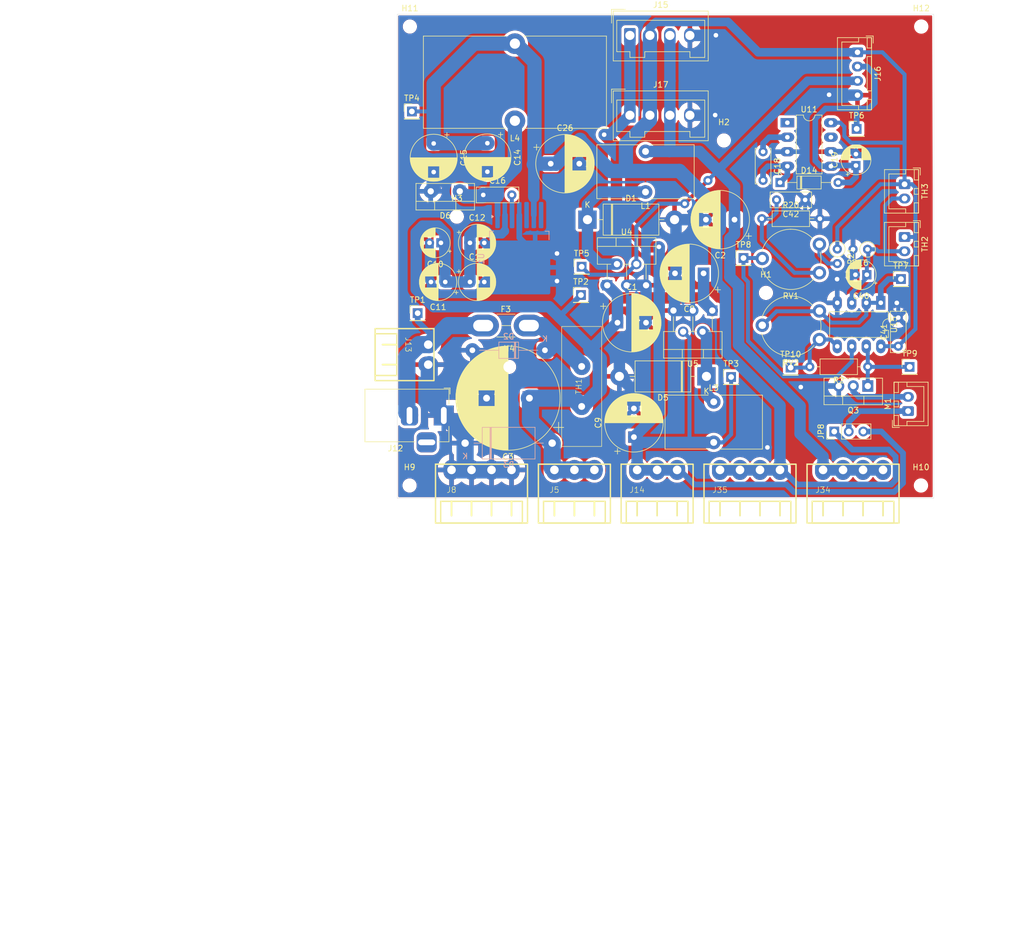
<source format=kicad_pcb>
(kicad_pcb
	(version 20240108)
	(generator "pcbnew")
	(generator_version "8.0")
	(general
		(thickness 1.6)
		(legacy_teardrops no)
	)
	(paper "A4")
	(layers
		(0 "F.Cu" signal)
		(1 "In1.Cu" signal)
		(2 "In2.Cu" signal)
		(31 "B.Cu" signal)
		(32 "B.Adhes" user "B.Adhesive")
		(33 "F.Adhes" user "F.Adhesive")
		(34 "B.Paste" user)
		(35 "F.Paste" user)
		(36 "B.SilkS" user "B.Silkscreen")
		(37 "F.SilkS" user "F.Silkscreen")
		(38 "B.Mask" user)
		(39 "F.Mask" user)
		(40 "Dwgs.User" user "User.Drawings")
		(41 "Cmts.User" user "User.Comments")
		(42 "Eco1.User" user "User.Eco1")
		(43 "Eco2.User" user "User.Eco2")
		(44 "Edge.Cuts" user)
		(45 "Margin" user)
		(46 "B.CrtYd" user "B.Courtyard")
		(47 "F.CrtYd" user "F.Courtyard")
		(48 "B.Fab" user)
		(49 "F.Fab" user)
		(50 "User.1" user)
		(51 "User.2" user)
		(52 "User.3" user)
		(53 "User.4" user)
		(54 "User.5" user)
		(55 "User.6" user)
		(56 "User.7" user)
		(57 "User.8" user)
		(58 "User.9" user)
	)
	(setup
		(stackup
			(layer "F.SilkS"
				(type "Top Silk Screen")
			)
			(layer "F.Paste"
				(type "Top Solder Paste")
			)
			(layer "F.Mask"
				(type "Top Solder Mask")
				(thickness 0.01)
			)
			(layer "F.Cu"
				(type "copper")
				(thickness 0.035)
			)
			(layer "dielectric 1"
				(type "prepreg")
				(thickness 0.1)
				(material "FR4")
				(epsilon_r 4.5)
				(loss_tangent 0.02)
			)
			(layer "In1.Cu"
				(type "copper")
				(thickness 0.035)
			)
			(layer "dielectric 2"
				(type "core")
				(thickness 1.24)
				(material "FR4")
				(epsilon_r 4.5)
				(loss_tangent 0.02)
			)
			(layer "In2.Cu"
				(type "copper")
				(thickness 0.035)
			)
			(layer "dielectric 3"
				(type "prepreg")
				(thickness 0.1)
				(material "FR4")
				(epsilon_r 4.5)
				(loss_tangent 0.02)
			)
			(layer "B.Cu"
				(type "copper")
				(thickness 0.035)
			)
			(layer "B.Mask"
				(type "Bottom Solder Mask")
				(thickness 0.01)
			)
			(layer "B.Paste"
				(type "Bottom Solder Paste")
			)
			(layer "B.SilkS"
				(type "Bottom Silk Screen")
				(color "Red")
			)
			(copper_finish "None")
			(dielectric_constraints no)
		)
		(pad_to_mask_clearance 0)
		(allow_soldermask_bridges_in_footprints no)
		(pcbplotparams
			(layerselection 0x00010fc_ffffffff)
			(plot_on_all_layers_selection 0x0000000_00000000)
			(disableapertmacros no)
			(usegerberextensions no)
			(usegerberattributes yes)
			(usegerberadvancedattributes yes)
			(creategerberjobfile yes)
			(dashed_line_dash_ratio 12.000000)
			(dashed_line_gap_ratio 3.000000)
			(svgprecision 4)
			(plotframeref no)
			(viasonmask no)
			(mode 1)
			(useauxorigin no)
			(hpglpennumber 1)
			(hpglpenspeed 20)
			(hpglpendiameter 15.000000)
			(pdf_front_fp_property_popups yes)
			(pdf_back_fp_property_popups yes)
			(dxfpolygonmode yes)
			(dxfimperialunits yes)
			(dxfusepcbnewfont yes)
			(psnegative no)
			(psa4output no)
			(plotreference yes)
			(plotvalue yes)
			(plotfptext yes)
			(plotinvisibletext no)
			(sketchpadsonfab no)
			(subtractmaskfromsilk no)
			(outputformat 1)
			(mirror no)
			(drillshape 1)
			(scaleselection 1)
			(outputdirectory "")
		)
	)
	(net 0 "")
	(net 1 "+5V")
	(net 2 "+24V filtered")
	(net 3 "GND")
	(net 4 "+3V3")
	(net 5 "+12V")
	(net 6 "Net-(D6-K)")
	(net 7 "Net-(U1-BOOT)")
	(net 8 "Net-(U11-CAP+)")
	(net 9 "Net-(D14-K)")
	(net 10 "-5V")
	(net 11 "Net-(D1-K)")
	(net 12 "Net-(D2-K)")
	(net 13 "Net-(D5-K)")
	(net 14 "+BATT")
	(net 15 "unconnected-(U1-EN-Pad7)")
	(net 16 "unconnected-(U1-NC-Pad5)")
	(net 17 "unconnected-(U11-OSC-Pad7)")
	(net 18 "unconnected-(U11-NC-Pad1)")
	(net 19 "Net-(U15A-+)")
	(net 20 "Net-(C42-Pad2)")
	(net 21 "Net-(JP8-C)")
	(net 22 "Net-(M1--)")
	(net 23 "Net-(Q3-G)")
	(net 24 "Net-(U15B-+)")
	(net 25 "Net-(R21-Pad2)")
	(net 26 "Net-(U15B--)")
	(net 27 "Net-(U15A--)")
	(footprint "Capacitor_THT:CP_Radial_D10.0mm_P5.00mm" (layer "F.Cu") (at 129.286 109.061993 90))
	(footprint "Capacitor_THT:CP_Radial_D10.0mm_P5.00mm" (layer "F.Cu") (at 126.410323 89.040962))
	(footprint "Diode_THT:D_DO-201AD_P15.24mm_Horizontal" (layer "F.Cu") (at 141.986 98.438962 180))
	(footprint "Potentiometer_THT:Potentiometer_Piher_PT-10-V10_Vertical" (layer "F.Cu") (at 161.757499 75.306462 180))
	(footprint "Connector_JST:JST_XH_B2B-XH-A_1x02_P2.50mm_Vertical" (layer "F.Cu") (at 177.275 104.514962 90))
	(footprint "Connector_PinHeader_2.54mm:PinHeader_1x01_P2.54mm_Vertical" (layer "F.Cu") (at 90.424 52.07))
	(footprint "Potentiometer_THT:Potentiometer_Piher_PT-10-V10_Vertical" (layer "F.Cu") (at 161.757499 86.990462 180))
	(footprint "Capacitor_THT:C_Disc_D6.0mm_W2.5mm_P5.00mm" (layer "F.Cu") (at 151.892 59.123888 -90))
	(footprint "Package_TO_SOT_THT:TO-220-5_P3.4x3.7mm_StaggerOdd_Lead3.8mm_Vertical" (layer "F.Cu") (at 124.616 82.489962))
	(footprint "Resistor_THT:R_Axial_DIN0207_L6.3mm_D2.5mm_P2.54mm_Vertical" (layer "F.Cu") (at 170.18 76.2 180))
	(footprint "Package_TO_SOT_THT:TO-220-3_Vertical" (layer "F.Cu") (at 170.219499 100.125462 180))
	(footprint "Connector_PinHeader_2.54mm:PinHeader_1x01_P2.54mm_Vertical" (layer "F.Cu") (at 176.022 81.407))
	(footprint "Capacitor_THT:CP_Radial_D6.3mm_P2.50mm" (layer "F.Cu") (at 100.592664 75.064811))
	(footprint "MountingHole:MountingHole_2mm" (layer "F.Cu") (at 179.578 37.211))
	(footprint "Package_DIP:DIP-8_W7.62mm_LongPads" (layer "F.Cu") (at 172.495499 85.561462 -90))
	(footprint "MountingHole:MountingHole_2mm" (layer "F.Cu") (at 90.026 117.534962))
	(footprint "custom-footprints1:WAGO 734-164 Print-Stiftleiste, Mini, RM 3,5, gewinkelt, 4-polig" (layer "F.Cu") (at 97.366 114.808))
	(footprint "Connector_PinHeader_2.54mm:PinHeader_1x01_P2.54mm_Vertical" (layer "F.Cu") (at 91.44 87.376))
	(footprint "Capacitor_THT:CP_Radial_D18.0mm_P7.50mm"
		(layer "F.Cu")
		(uuid "3e12b180-088b-46cd-b5c6-9617c716b1a6")
		(at 110.998 102.248962 180)
		(descr "CP, Radial series, Radial, pin pitch=7.50mm, , diameter=18mm, Electrolytic Capacitor")
		(tags "CP Radial series Radial pin pitch 7.50mm  diameter 18mm Electrolytic Capacitor")
		(property "Reference" "C3"
			(at 3.75 -10.25 0)
			(layer "F.SilkS")
			(uuid "c0dbac4b-d18d-44e0-abe6-6b3f876fe509")
			(effects
				(font
					(size 1 1)
					(thickness 0.15)
				)
			)
		)
		(property "Value" "2200uf"
			(at 3.75 10.25 0)
			(layer "F.Fab")
			(uuid "1f7d7bb5-f802-471e-8ae7-4e1a80563b95")
			(effects
				(font
					(size 1 1)
					(thickness 0.15)
				)
			)
		)
		(property "Footprint" "Capacitor_THT:CP_Radial_D18.0mm_P7.50mm"
			(at 0 0 180)
			(unlocked yes)
			(layer "F.Fab")
			(hide yes)
			(uuid "cd037e7c-88f5-4614-9539-47ece2e39e2f")
			(effects
				(font
					(size 1.27 1.27)
					(thickness 0.15)
				)
			)
		)
		(property "Datasheet" "https://www.reichelt.com/be/en/shop/product/elko_2200_f_35_v_105_c-166415"
			(at 0 0 180)
			(unlocked yes)
			(layer "F.Fab")
			(hide yes)
			(uuid "09c9c45c-cd56-4403-bd81-cc88382ef4e9")
			(effects
				(font
					(size 1.27 1.27)
					(thickness 0.15)
				)
			)
		)
		(property "Description" "Polarized capacitor"
			(at 0 0 180)
			(unlocked yes)
			(layer "F.Fab")
			(hide yes)
			(uuid "114210ba-bd57-4105-96f8-5187314aacb0")
			(effects
				(font
					(size 1.27 1.27)
					(thickness 0.15)
				)
			)
		)
		(property ki_fp_filters "CP_*")
		(path "/16680157-dcc5-42d4-8ccc-a59b4c4006fd")
		(sheetname "Root")
		(sheetfile "power-supply-board_v1.0.kicad_sch")
		(attr through_hole)
		(fp_line
			(start 12.87 -0.04)
			(end 12.87 0.04)
			(stroke
				(width 0.12)
				(type solid)
			)
			(layer "F.SilkS")
			(uuid "87732204-ffd3-4010-92fe-e84d597261db")
		)
		(fp_line
			(start 12.83 -0.814)
			(end 12.83 0.814)
			(stroke
				(width 0.12)
				(type solid)
			)
			(layer "F.SilkS")
			(uuid "18f893c9-7fff-4554-a0a6-9513f8452e28")
		)
		(fp_line
			(start 12.79 -1.166)
			(end 12.79 1.166)
			(stroke
				(width 0.12)
				(type solid)
			)
			(layer "F.SilkS")
			(uuid "2b52467b-0cfb-4412-b0ac-068e45849888")
		)
		(fp_line
			(start 12.75 -1.435)
			(end 12.75 1.435)
			(stroke
				(width 0.12)
				(type solid)
			)
			(layer "F.SilkS")
			(uuid "34e20984-e432-4254-860c-82b93de5475e")
		)
		(fp_line
			(start 12.71 -1.661)
			(end 12.71 1.661)
			(stroke
				(width 0.12)
				(type solid)
			)
			(layer "F.SilkS")
			(uuid "9e5473ed-98ba-43aa-9d6a-8eaabc33a9dc")
		)
		(fp_line
			(start 12.67 -1.86)
			(end 12.67 1.86)
			(stroke
				(width 0.12)
				(type solid)
			)
			(layer "F.SilkS")
			(uuid "08c8f39a-99ff-4afd-b845-1d83a6340213")
		)
		(fp_line
			(start 12.63 -2.039)
			(end 12.63 2.039)
			(stroke
				(width 0.12)
				(type solid)
			)
			(layer "F.SilkS")
			(uuid "d5eaf986-9534-4524-ad49-665dbecfec0f")
		)
		(fp_line
			(start 12.59 -2.203)
			(end 12.59 2.203)
			(stroke
				(width 0.12)
				(type solid)
			)
			(layer "F.SilkS")
			(uuid "5cf0b090-f6b4-43c7-a6ce-0f71cd8210ee")
		)
		(fp_line
			(start 12.55 -2.355)
			(end 12.55 2.355)
			(stroke
				(width 0.12)
				(type solid)
			)
			(layer "F.SilkS")
			(uuid "8e66bac3-0b2f-40ec-8c73-97c7d6b2f138")
		)
		(fp_line
			(start 12.51 -2.498)
			(end 12.51 2.498)
			(stroke
				(width 0.12)
				(type solid)
			)
			(layer "F.SilkS")
			(uuid "66bbea31-836a-4c65-9a2d-0d3a29f8dc12")
		)
		(fp_line
			(start 12.47 -2.632)
			(end 12.47 2.632)
			(stroke
				(width 0.12)
				(type solid)
			)
			(layer "F.SilkS")
			(uuid "633c10e5-f6ae-42eb-b5a5-18a2e88ec3af")
		)
		(fp_line
			(start 12.43 -2.759)
			(end 12.43 2.759)
			(stroke
				(width 0.12)
				(type solid)
			)
			(layer "F.SilkS")
			(uuid "5c14d289-cf82-40f2-ae41-fa734da4dc2a")
		)
		(fp_line
			(start 12.39 -2.88)
			(end 12.39 2.88)
			(stroke
				(width 0.12)
				(type solid)
			)
			(layer "F.SilkS")
			(uuid "92d777da-31b2-4188-88bd-b48da7e6abd8")
		)
		(fp_line
			(start 12.35 -2.996)
			(end 12.35 2.996)
			(stroke
				(width 0.12)
				(type solid)
			)
			(layer "F.SilkS")
			(uuid "107af9bb-841b-4c31-9fac-3060a5bfa1b6")
		)
		(fp_line
			(start 12.31 -3.107)
			(end 12.31 3.107)
			(stroke
				(width 0.12)
				(type solid)
			)
			(layer "F.SilkS")
			(uuid "9396642f-f979-4d78-bd91-7a436359d103")
		)
		(fp_line
			(start 12.27 -3.214)
			(end 12.27 3.214)
			(stroke
				(width 0.12)
				(type solid)
			)
			(layer "F.SilkS")
			(uuid "7a28f269-c130-4a30-a607-7c6287357369")
		)
		(fp_line
			(start 12.23 -3.317)
			(end 12.23 3.317)
			(stroke
				(width 0.12)
				(type solid)
			)
			(layer "F.SilkS")
			(uuid "156f2bc4-880c-4c21-8655-9d32c230dad4")
		)
		(fp_line
			(start 12.19 -3.416)
			(end 12.19 3.416)
			(stroke
				(width 0.12)
				(type solid)
			)
			(layer "F.SilkS")
			(uuid "63c8fd17-e6c3-478f-ad62-b0bb53559406")
		)
		(fp_line
			(start 12.15 -3.512)
			(end 12.15 3.512)
			(stroke
				(width 0.12)
				(type solid)
			)
			(layer "F.SilkS")
			(uuid "639c7f9b-f812-46a4-b756-7753f6943a6f")
		)
		(fp_line
			(start 12.11 -3.605)
			(end 12.11 3.605)
			(stroke
				(width 0.12)
				(type solid)
			)
			(layer "F.SilkS")
			(uuid "134d240f-7cb0-4052-9ccf-efb724369b7f")
		)
		(fp_line
			(start 12.07 -3.696)
			(end 12.07 3.696)
			(stroke
				(width 0.12)
				(type solid)
			)
			(layer "F.SilkS")
			(uuid "bf388105-023e-4a71-bbdb-3b21c9fcd2cc")
		)
		(fp_line
			(start 12.03 -3.784)
			(end 12.03 3.784)
			(stroke
				(width 0.12)
				(type solid)
			)
			(layer "F.SilkS")
			(uuid "49aa2ba0-ba19-4ea1-a70a-173a6f627315")
		)
		(fp_line
			(start 11.99 -3.869)
			(end 11.99 3.869)
			(stroke
				(width 0.12)
				(type solid)
			)
			(layer "F.SilkS")
			(uuid "679bfa39-c021-436e-b2f6-eef91e7a3433")
		)
		(fp_line
			(start 11.95 -3.952)
			(end 11.95 3.952)
			(stroke
				(width 0.12)
				(type solid)
			)
			(layer "F.SilkS")
			(uuid "f874119e-1338-4beb-b6c9-42b4db275c1b")
		)
		(fp_line
			(start 11.911 -4.033)
			(end 11.911 4.033)
			(stroke
				(width 0.12)
				(type solid)
			)
			(layer "F.SilkS")
			(uuid "009a31cf-7161-4030-9ee2-4ee6c8662a63")
		)
		(fp_line
			(start 11.871 -4.113)
			(end 11.871 4.113)
			(stroke
				(width 0.12)
				(type solid)
			)
			(layer "F.SilkS")
			(uuid "68b92ccc-7298-4ad5-a9de-6f696f4ebe2e")
		)
		(fp_line
			(start 11.831 -4.19)
			(end 11.831 4.19)
			(stroke
				(width 0.12)
				(type solid)
			)
			(layer "F.SilkS")
			(uuid "b62a9674-bd46-40fc-859a-9a51e479b097")
		)
		(fp_line
			(start 11.791 -4.265)
			(end 11.791 4.265)
			(stroke
				(width 0.12)
				(type solid)
			)
			(layer "F.SilkS")
			(uuid "f11c470d-142c-4357-900e-889b10e3b0e2")
		)
		(fp_line
			(start 11.751 -4.339)
			(end 11.751 4.339)
			(stroke
				(width 0.12)
				(type solid)
			)
			(layer "F.SilkS")
			(uuid "79a89223-4ff2-4771-ae1e-e5445b213450")
		)
		(fp_line
			(start 11.711 -4.412)
			(end 11.711 4.412)
			(stroke
				(width 0.12)
				(type solid)
			)
			(layer "F.SilkS")
			(uuid "69c80908-15c1-45f1-963f-161843f95dae")
		)
		(fp_line
			(start 11.671 -4.482)
			(end 11.671 4.482)
			(stroke
				(width 0.12)
				(type solid)
			)
			(layer "F.SilkS")
			(uuid "61eb03dd-9121-4df5-b679-96e9e3201ddb")
		)
		(fp_line
			(start 11.631 -4.552)
			(end 11.631 4.552)
			(stroke
				(width 0.12)
				(type solid)
			)
			(layer "F.SilkS")
			(uuid "85657168-bb18-4c0a-8a63-b4550fb338d3")
		)
		(fp_line
			(start 11.591 -4.62)
			(end 11.591 4.62)
			(stroke
				(width 0.12)
				(type solid)
			)
			(layer "F.SilkS")
			(uuid "d1919cf1-2f90-4aae-9ff8-2b0cf3ae94c7")
		)
		(fp_line
			(start 11.551 -4.686)
			(end 11.551 4.686)
			(stroke
				(width 0.12)
				(type solid)
			)
			(layer "F.SilkS")
			(uuid "1b9f95c8-f1a1-4629-933b-721de8d1b6c5")
		)
		(fp_line
			(start 11.511 -4.752)
			(end 11.511 4.752)
			(stroke
				(width 0.12)
				(type solid)
			)
			(layer "F.SilkS")
			(uuid "993aa706-ff59-43f8-b67b-ed16a60e5af1")
		)
		(fp_line
			(start 11.471 -4.816)
			(end 11.471 4.816)
			(stroke
				(width 0.12)
				(type solid)
			)
			(layer "F.SilkS")
			(uuid "60b6545d-49ea-46d3-ae2b-173dc1fa629f")
		)
		(fp_line
			(start 11.431 -4.879)
			(end 11.431 4.879)
			(stroke
				(width 0.12)
				(type solid)
			)
			(layer "F.SilkS")
			(uuid "facb3d3e-da56-434a-87aa-17d6414bb483")
		)
		(fp_line
			(start 11.391 -4.941)
			(end 11.391 4.941)
			(stroke
				(width 0.12)
				(type solid)
			)
			(layer "F.SilkS")
			(uuid "b89baaeb-06f3-4b71-a51f-ce7608b7262c")
		)
		(fp_line
			(start 11.351 -5.002)
			(end 11.351 5.002)
			(stroke
				(width 0.12)
				(type solid)
			)
			(layer "F.SilkS")
			(uuid "654033ae-c772-46c1-8f60-aa0ddceff74f")
		)
		(fp_line
			(start 11.311 -5.062)
			(end 11.311 5.062)
			(stroke
				(width 0.12)
				(type solid)
			)
			(layer "F.SilkS")
			(uuid "3d8d106b-7617-4f47-894a-2fcf412deb28")
		)
		(fp_line
			(start 11.271 -5.12)
			(end 11.271 5.12)
			(stroke
				(width 0.12)
				(type solid)
			)
			(layer "F.SilkS")
			(uuid "917cfe1d-449c-4d88-9a36-1b6375a11292")
		)
		(fp_line
			(start 11.231 -5.178)
			(end 11.231 5.178)
			(stroke
				(width 0.12)
				(type solid)
			)
			(layer "F.SilkS")
			(uuid "b6ae342f-1414-41ce-9a18-48302253d4b6")
		)
		(fp_line
			(start 11.191 -5.235)
			(end 11.191 5.235)
			(stroke
				(width 0.12)
				(type solid)
			)
			(layer "F.SilkS")
			(uuid "bc8af6b4-79f1-494c-8965-f72d1712ff8d")
		)
		(fp_line
			(start 11.151 -5.291)
			(end 11.151 5.291)
			(stroke
				(width 0.12)
				(type solid)
			)
			(layer "F.SilkS")
			(uuid "c57da7f0-a0a1-4185-9736-606dde94bfba")
		)
		(fp_line
			(start 11.111 -5.346)
			(end 11.111 5.346)
			(stroke
				(width 0.12)
				(type solid)
			)
			(layer "F.SilkS")
			(uuid "78dca952-4881-45e1-b643-4d2635200164")
		)
		(fp_line
			(start 11.071 -5.4)
			(end 11.071 5.4)
			(stroke
				(width 0.12)
				(type solid)
			)
			(layer "F.SilkS")
			(uuid "40e64ece-fc2d-42b2-9393-bfa48699e8b8")
		)
		(fp_line
			(start 11.031 -5.454)
			(end 11.031 5.454)
			(stroke
				(width 0.12)
				(type solid)
			)
			(layer "F.SilkS")
			(uuid "6e09a86b-dac4-49d6-9337-5fc49b3660d4")
		)
		(fp_line
			(start 10.991 -5.506)
			(end 10.991 5.506)
			(stroke
				(width 0.12)
				(type solid)
			)
			(layer "F.SilkS")
			(uuid "b34076ba-db21-4594-b738-d0b13ffce101")
		)
		(fp_line
			(start 10.951 -5.558)
			(end 10.951 5.558)
			(stroke
				(width 0.12)
				(type solid)
			)
			(layer "F.SilkS")
			(uuid "5abeba6d-99f5-4835-9edf-79f8cad35e91")
		)
		(fp_line
			(start 10.911 -5.609)
			(end 10.911 5.609)
			(stroke
				(width 0.12)
				(type solid)
			)
			(layer "F.SilkS")
			(uuid "6f8c8657-bd2a-48b5-8884-60099a095c02")
		)
		(fp_line
			(start 10.871 -5.66)
			(end 10.871 5.66)
			(stroke
				(width 0.12)
				(type solid)
			)
			(layer "F.SilkS")
			(uuid "e934523f-25a6-4501-b3d2-f714d731456a")
		)
		(fp_line
			(start 10.831 -5.709)
			(end 10.831 5.709)
			(stroke
				(width 0.12)
				(type solid)
			)
			(layer "F.SilkS")
			(uuid "eda7762a-c878-497d-b3d4-f14afd812a43")
		)
		(fp_line
			(start 10.791 -5.758)
			(end 10.791 5.758)
			(stroke
				(width 0.12)
				(type solid)
			)
			(layer "F.SilkS")
			(uuid "6788cc1c-365c-473d-a651-fa3a3cd31605")
		)
		(fp_line
			(start 10.751 -5.806)
			(end 10.751 5.806)
			(stroke
				(width 0.12)
				(type solid)
			)
			(layer "F.SilkS")
			(uuid "eec49bf0-2786-4624-b041-cb07a3b55cb0")
		)
		(fp_line
			(start 10.711 -5.854)
			(end 10.711 5.854)
			(stroke
				(width 0.12)
				(type solid)
			)
			(layer "F.SilkS")
			(uuid "40734991-1229-4ba7-82e1-930ec8e06f53")
		)
		(fp_line
			(start 10.671 -5.901)
			(end 10.671 5.901)
			(stroke
				(width 0.12)
				(type solid)
			)
			(layer "F.SilkS")
			(uuid "bcc470ec-95c0-4d68-8773-b1df105ec597")
		)
		(fp_line
			(start 10.631 -5.947)
			(end 10.631 5.947)
			(stroke
				(width 0.12)
				(type solid)
			)
			(layer "F.SilkS")
			(uuid "606b598a-d158-4304-8302-7e37f8b16422")
		)
		(fp_line
			(start 10.591 -5.993)
			(end 10.591 5.993)
			(stroke
				(width 0.12)
				(type solid)
			)
			(layer "F.SilkS")
			(uuid "7ce9d763-02f0-4f55-b389-f5260ed4fc01")
		)
		(fp_line
			(start 10.551 -6.038)
			(end 10.551 6.038)
			(stroke
				(width 0.12)
				(type solid)
			)
			(layer "F.SilkS")
			(uuid "272f7474-49f0-4091-92a8-8bc92ea6bb27")
		)
		(fp_line
			(start 10.511 -6.082)
			(end 10.511 6.082)
			(stroke
				(width 0.12)
				(type solid)
			)
			(layer "F.SilkS")
			(uuid "40d02709-a73d-46a8-b089-efda960c47b5")
		)
		(fp_line
			(start 10.471 -6.126)
			(end 10.471 6.126)
			(stroke
				(width 0.12)
				(type solid)
			)
			(layer "F.SilkS")
			(uuid "0ac0947b-1ef4-4a93-b71b-f8918f3d2522")
		)
		(fp_line
			(start 10.431 -6.17)
			(end 10.431 6.17)
			(stroke
				(width 0.12)
				(type solid)
			)
			(layer "F.SilkS")
			(uuid "f97f9a86-9e66-4626-93b4-9685db6a25d1")
		)
		(fp_line
			(start 10.391 -6.212)
			(end 10.391 6.212)
			(stroke
				(width 0.12)
				(type solid)
			)
			(layer "F.SilkS")
			(uuid "805972d7-afe1-40a0-bb47-68606c29d720")
		)
		(fp_line
			(start 
... [1189356 chars truncated]
</source>
